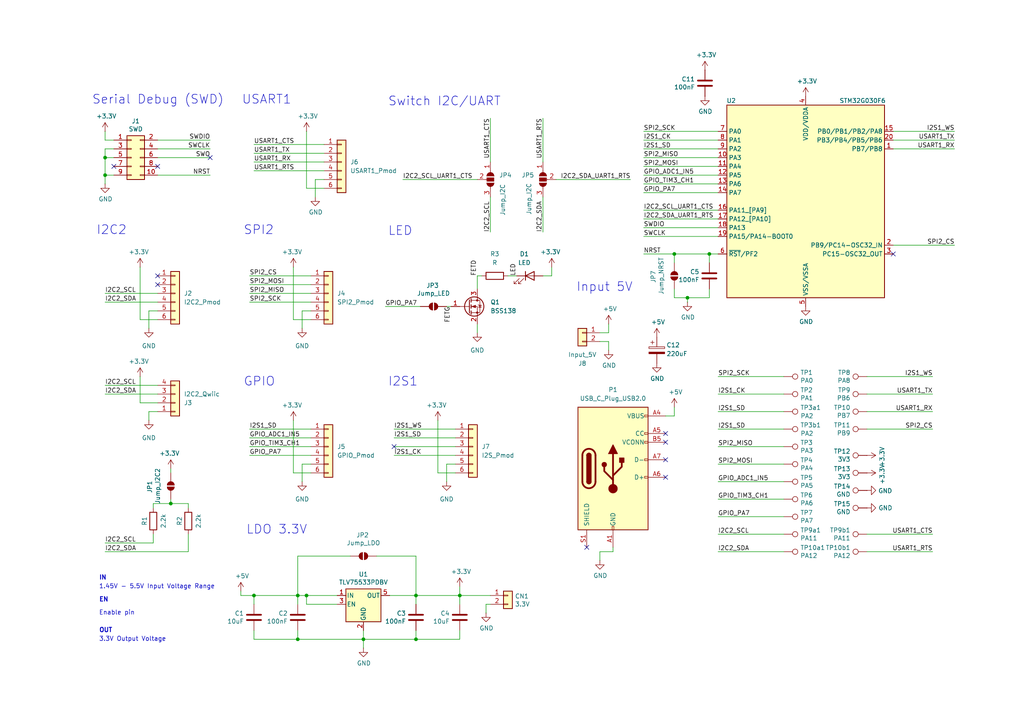
<source format=kicad_sch>
(kicad_sch (version 20250114) (generator "eeschema") (generator_version "9.0")
  (paper "A4")
  (lib_symbols
    (symbol "Connector:TestPoint" (pin_numbers (hide yes)) (pin_names (offset 0.762) (hide yes))
      (property "Reference" "TP" (at 0 6.858 0))
      (property "Value" "TestPoint" (at 0 5.08 0))
      (symbol "TestPoint_1_1"
        (pin passive line (at 0 0 90) (length 2.54) (name "1") (number "1"))
      )
    )
    (symbol "Connector:USB_C_Plug_USB2.0" (pin_names (offset 1.016))
      (property "Reference" "P" (at -10.16 19.05 0))
      (property "Value" "USB_C_Plug_USB2.0" (at 12.7 19.05 0))
      (symbol "USB_C_Plug_USB2.0_1_1"
        (pin passive line (at -7.62 -22.86 90) (length 5.08) (name "SHIELD") (number "S1"))
        (pin passive line (at 0 -22.86 90) (length 5.08) (name "GND") (number "A1"))
        (pin passive line (at 0 -22.86 90) (length 5.08) (hide yes) (name "GND") (number "A12"))
        (pin passive line (at 0 -22.86 90) (length 5.08) (hide yes) (name "GND") (number "B1"))
        (pin passive line (at 0 -22.86 90) (length 5.08) (hide yes) (name "GND") (number "B12"))
        (pin passive line (at 15.24 15.24 180) (length 5.08) (name "VBUS") (number "A4"))
        (pin passive line (at 15.24 15.24 180) (length 5.08) (hide yes) (name "VBUS") (number "A9"))
        (pin passive line (at 15.24 15.24 180) (length 5.08) (hide yes) (name "VBUS") (number "B4"))
        (pin passive line (at 15.24 15.24 180) (length 5.08) (hide yes) (name "VBUS") (number "B9"))
        (pin bidirectional line (at 15.24 10.16 180) (length 5.08) (name "CC") (number "A5"))
        (pin bidirectional line (at 15.24 7.62 180) (length 5.08) (name "VCONN") (number "B5"))
        (pin bidirectional line (at 15.24 2.54 180) (length 5.08) (name "D-") (number "A7"))
        (pin bidirectional line (at 15.24 -2.54 180) (length 5.08) (name "D+") (number "A6"))
      )
    )
    (symbol "Connector_Generic:Conn_01x02" (pin_names (offset 1.016) (hide yes))
      (property "Reference" "J" (at 0 2.54 0))
      (property "Value" "Conn_01x02" (at 0 -5.08 0))
      (symbol "Conn_01x02_1_1"
        (pin passive line (at -5.08 0 0) (length 3.81) (name "Pin_1") (number "1"))
        (pin passive line (at -5.08 -2.54 0) (length 3.81) (name "Pin_2") (number "2"))
      )
    )
    (symbol "Connector_Generic:Conn_01x04" (pin_names (offset 1.016) (hide yes))
      (property "Reference" "J" (at 0 5.08 0))
      (property "Value" "Conn_01x04" (at 0 -7.62 0))
      (symbol "Conn_01x04_1_1"
        (pin passive line (at -5.08 2.54 0) (length 3.81) (name "Pin_1") (number "1"))
        (pin passive line (at -5.08 0 0) (length 3.81) (name "Pin_2") (number "2"))
        (pin passive line (at -5.08 -2.54 0) (length 3.81) (name "Pin_3") (number "3"))
        (pin passive line (at -5.08 -5.08 0) (length 3.81) (name "Pin_4") (number "4"))
      )
    )
    (symbol "Connector_Generic:Conn_01x06" (pin_names (offset 1.016) (hide yes))
      (property "Reference" "J" (at 0 7.62 0))
      (property "Value" "Conn_01x06" (at 0 -10.16 0))
      (symbol "Conn_01x06_1_1"
        (pin passive line (at -5.08 5.08 0) (length 3.81) (name "Pin_1") (number "1"))
        (pin passive line (at -5.08 2.54 0) (length 3.81) (name "Pin_2") (number "2"))
        (pin passive line (at -5.08 0 0) (length 3.81) (name "Pin_3") (number "3"))
        (pin passive line (at -5.08 -2.54 0) (length 3.81) (name "Pin_4") (number "4"))
        (pin passive line (at -5.08 -5.08 0) (length 3.81) (name "Pin_5") (number "5"))
        (pin passive line (at -5.08 -7.62 0) (length 3.81) (name "Pin_6") (number "6"))
      )
    )
    (symbol "Connector_Generic:Conn_02x05_Odd_Even" (pin_names (offset 1.016) (hide yes))
      (property "Reference" "J" (at 1.27 7.62 0))
      (property "Value" "Conn_02x05_Odd_Even" (at 1.27 -7.62 0))
      (symbol "Conn_02x05_Odd_Even_1_1"
        (pin passive line (at -5.08 5.08 0) (length 3.81) (name "Pin_1") (number "1"))
        (pin passive line (at -5.08 2.54 0) (length 3.81) (name "Pin_3") (number "3"))
        (pin passive line (at -5.08 0 0) (length 3.81) (name "Pin_5") (number "5"))
        (pin passive line (at -5.08 -2.54 0) (length 3.81) (name "Pin_7") (number "7"))
        (pin passive line (at -5.08 -5.08 0) (length 3.81) (name "Pin_9") (number "9"))
        (pin passive line (at 7.62 5.08 180) (length 3.81) (name "Pin_2") (number "2"))
        (pin passive line (at 7.62 2.54 180) (length 3.81) (name "Pin_4") (number "4"))
        (pin passive line (at 7.62 0 180) (length 3.81) (name "Pin_6") (number "6"))
        (pin passive line (at 7.62 -2.54 180) (length 3.81) (name "Pin_8") (number "8"))
        (pin passive line (at 7.62 -5.08 180) (length 3.81) (name "Pin_10") (number "10"))
      )
    )
    (symbol "Device:C" (pin_numbers (hide yes)) (pin_names (offset 0.254))
      (property "Reference" "C" (at 0.635 2.54 0))
      (property "Value" "C" (at 0.635 -2.54 0))
      (symbol "C_1_1"
        (pin passive line (at 0 3.81 270) (length 2.794) (name "~") (number "1"))
        (pin passive line (at 0 -3.81 90) (length 2.794) (name "~") (number "2"))
      )
    )
    (symbol "Device:C_Polarized" (pin_numbers (hide yes)) (pin_names (offset 0.254))
      (property "Reference" "C" (at 0.635 2.54 0))
      (property "Value" "C_Polarized" (at 0.635 -2.54 0))
      (symbol "C_Polarized_1_1"
        (pin passive line (at 0 3.81 270) (length 2.794) (name "~") (number "1"))
        (pin passive line (at 0 -3.81 90) (length 2.794) (name "~") (number "2"))
      )
    )
    (symbol "Device:LED" (pin_numbers (hide yes)) (pin_names (offset 1.016) (hide yes))
      (property "Reference" "D" (at 0 2.54 0))
      (property "Value" "LED" (at 0 -2.54 0))
      (symbol "LED_1_1"
        (pin passive line (at -3.81 0 0) (length 2.54) (name "K") (number "1"))
        (pin passive line (at 3.81 0 180) (length 2.54) (name "A") (number "2"))
      )
    )
    (symbol "Device:R" (pin_numbers (hide yes)) (pin_names (offset 0))
      (property "Reference" "R" (at 2.032 0 90))
      (property "Value" "R" (at 0 0 90))
      (symbol "R_1_1"
        (pin passive line (at 0 3.81 270) (length 1.27) (name "~") (number "1"))
        (pin passive line (at 0 -3.81 90) (length 1.27) (name "~") (number "2"))
      )
    )
    (symbol "Jumper:SolderJumper_2_Open" (pin_numbers (hide yes)) (pin_names (offset 0) (hide yes)) (in_bom no)
      (property "Reference" "JP" (at 0 2.032 0))
      (property "Value" "SolderJumper_2_Open" (at 0 -2.54 0))
      (symbol "SolderJumper_2_Open_1_1"
        (pin passive line (at -3.81 0 0) (length 2.54) (name "A") (number "1"))
        (pin passive line (at 3.81 0 180) (length 2.54) (name "B") (number "2"))
      )
    )
    (symbol "Jumper:SolderJumper_3_Open" (pin_names (offset 0) (hide yes)) (in_bom no)
      (property "Reference" "JP" (at -2.54 -2.54 0))
      (property "Value" "SolderJumper_3_Open" (at 0 2.794 0))
      (symbol "SolderJumper_3_Open_1_1"
        (pin passive line (at -5.08 0 0) (length 2.54) (name "A") (number "1"))
        (pin passive line (at 0 -3.81 90) (length 2.54) (name "C") (number "2"))
        (pin passive line (at 5.08 0 180) (length 2.54) (name "B") (number "3"))
      )
    )
    (symbol "Regulator_Linear:TLV75533PDBV" (pin_names (offset 0.254))
      (property "Reference" "U" (at -3.81 5.715 0))
      (property "Value" "TLV75533PDBV" (at 0 5.715 0))
      (symbol "TLV75533PDBV_1_1"
        (pin power_in line (at -7.62 2.54 0) (length 2.54) (name "IN") (number "1"))
        (pin input line (at -7.62 0 0) (length 2.54) (name "EN") (number "3"))
        (pin power_in line (at 0 -7.62 90) (length 2.54) (name "GND") (number "2"))
        (pin no_connect line (at 5.08 0 180) (length 2.54) (hide yes) (name "NC") (number "4"))
        (pin power_out line (at 7.62 2.54 180) (length 2.54) (name "OUT") (number "5"))
      )
    )
    (symbol "Transistor_FET:BSS138" (pin_names (hide yes))
      (property "Reference" "Q" (at 5.08 1.905 0))
      (property "Value" "BSS138" (at 5.08 0 0))
      (symbol "BSS138_1_1"
        (pin input line (at -5.08 0 0) (length 2.54) (name "G") (number "1"))
        (pin passive line (at 2.54 5.08 270) (length 2.54) (name "D") (number "3"))
        (pin passive line (at 2.54 -5.08 90) (length 2.54) (name "S") (number "2"))
      )
    )
    (symbol "power:+3.3V" (power) (pin_numbers (hide yes)) (pin_names (offset 0) (hide yes))
      (property "Value" "+3.3V" (at 0 3.556 0))
      (symbol "+3.3V_1_1"
        (pin power_in line (at 0 0 90) (length 0) (name "~") (number "1"))
      )
    )
    (symbol "power:+5V" (power) (pin_numbers (hide yes)) (pin_names (offset 0) (hide yes))
      (property "Value" "+5V" (at 0 3.556 0))
      (symbol "+5V_1_1"
        (pin power_in line (at 0 0 90) (length 0) (name "~") (number "1"))
      )
    )
    (symbol "power:GND" (power) (pin_numbers (hide yes)) (pin_names (offset 0) (hide yes))
      (property "Value" "GND" (at 0 -3.81 0))
      (symbol "GND_1_1"
        (pin power_in line (at 0 0 270) (length 0) (name "~") (number "1"))
      )
    )
    (symbol "zhaw:STM32G030F6"
      (property "Reference" "U" (at -22.86 29.21 0))
      (property "Value" "STM32G030F6" (at 8.89 29.21 0))
      (symbol "STM32G030F6_1_1"
        (pin bidirectional line (at -25.4 20.32 0) (length 2.54) (name "PA0") (number "7"))
        (pin bidirectional line (at -25.4 17.78 0) (length 2.54) (name "PA1") (number "8"))
        (pin bidirectional line (at -25.4 15.24 0) (length 2.54) (name "PA2") (number "9"))
        (pin bidirectional line (at -25.4 12.7 0) (length 2.54) (name "PA3") (number "10"))
        (pin bidirectional line (at -25.4 10.16 0) (length 2.54) (name "PA4") (number "11"))
        (pin bidirectional line (at -25.4 7.62 0) (length 2.54) (name "PA5") (number "12"))
        (pin bidirectional line (at -25.4 5.08 0) (length 2.54) (name "PA6") (number "13"))
        (pin bidirectional line (at -25.4 2.54 0) (length 2.54) (name "PA7") (number "14"))
        (pin bidirectional line (at -25.4 -2.54 0) (length 2.54) (name "PA11_[PA9]") (number "16"))
        (pin bidirectional line (at -25.4 -5.08 0) (length 2.54) (name "PA12_[PA10]") (number "17"))
        (pin bidirectional line (at -25.4 -7.62 0) (length 2.54) (name "PA13") (number "18"))
        (pin bidirectional line (at -25.4 -10.16 0) (length 2.54) (name "PA15/PA14-BOOT0") (number "19"))
        (pin bidirectional line (at -25.4 -15.24 0) (length 2.54) (name "~{RST}/PF2") (number "6"))
        (pin power_in line (at 0 30.48 270) (length 2.54) (name "VDD/VDDA") (number "4"))
        (pin power_in line (at 0 -30.48 90) (length 2.54) (name "VSS/VSSA") (number "5"))
        (pin bidirectional line (at 25.4 20.32 180) (length 2.54) (name "PB0/PB1/PB2/PA8") (number "15"))
        (pin bidirectional line (at 25.4 17.78 180) (length 2.54) (name "PB3/PB4/PB5/PB6") (number "20"))
        (pin bidirectional line (at 25.4 15.24 180) (length 2.54) (name "PB7/PB8") (number "1"))
        (pin bidirectional line (at 25.4 -12.7 180) (length 2.54) (name "PB9/PC14-OSC32_IN") (number "2"))
        (pin bidirectional line (at 25.4 -15.24 180) (length 2.54) (name "PC15-OSC32_OUT") (number "3"))
      )
    )
  )
  (text "Serial Debug (SWD)" (at 26.67 30.48 0) (effects (font (size 2.5654 2.5654)) (justify left bottom)))
  (text "Switch I2C/UART" (at 112.522 30.988 0) (effects (font (size 2.5654 2.5654)) (justify left bottom)))
  (text "IN" (at 28.702 168.402 0) (effects (font (size 1.27 1.27) (thickness 0.254) (bold yes)) (justify left bottom)))
  (text "Input 5V" (at 167.132 84.836 0) (effects (font (size 2.5654 2.5654)) (justify left bottom)))
  (text "SPI2" (at 70.612 68.326 0) (effects (font (size 2.5654 2.5654)) (justify left bottom)))
  (text "3.3V Output Voltage" (at 28.702 186.182 0) (effects (font (size 1.27 1.27)) (justify left bottom)))
  (text "USART1" (at 70.104 30.48 0) (effects (font (size 2.5654 2.5654)) (justify left bottom)))
  (text "OUT" (at 28.702 183.642 0) (effects (font (size 1.27 1.27) (thickness 0.254) (bold yes)) (justify left bottom)))
  (text "I2C2" (at 27.94 68.326 0) (effects (font (size 2.5654 2.5654)) (justify left bottom)))
  (text "EN" (at 28.702 174.752 0) (effects (font (size 1.27 1.27) (thickness 0.254) (bold yes)) (justify left bottom)))
  (text "LDO 3.3V" (at 71.374 155.194 0) (effects (font (size 2.5654 2.5654)) (justify left bottom)))
  (text "1.45V - 5.5V Input Voltage Range" (at 28.702 170.942 0) (effects (font (size 1.27 1.27)) (justify left bottom)))
  (text "GPIO" (at 70.612 112.268 0) (effects (font (size 2.5654 2.5654)) (justify left bottom)))
  (text "Enable pin" (at 28.702 178.562 0) (effects (font (size 1.27 1.27)) (justify left bottom)))
  (text "I2S1" (at 112.522 112.268 0) (effects (font (size 2.5654 2.5654)) (justify left bottom)))
  (text "LED" (at 112.522 68.58 0) (effects (font (size 2.5654 2.5654)) (justify left bottom)))
  (junction (at 88.9 172.72))
  (junction (at 199.39 86.36))
  (junction (at 105.41 185.42))
  (junction (at 205.74 73.66))
  (junction (at 195.58 73.66))
  (junction (at 133.35 172.72))
  (junction (at 120.65 172.72))
  (junction (at 73.66 172.72))
  (junction (at 120.65 185.42))
  (junction (at 30.48 50.8))
  (junction (at 30.48 45.72))
  (junction (at 86.36 185.42))
  (junction (at 86.36 172.72))
  (junction (at 49.53 146.05))
  (no_connect (at 193.04 125.73))
  (no_connect (at 114.3 129.54))
  (no_connect (at 170.18 158.75))
  (no_connect (at 45.72 48.26))
  (no_connect (at 193.04 133.35))
  (no_connect (at 193.04 128.27))
  (no_connect (at 60.96 45.72))
  (no_connect (at 45.72 80.01))
  (no_connect (at 193.04 138.43))
  (no_connect (at 259.08 73.66))
  (no_connect (at 33.02 48.26))
  (no_connect (at 45.72 82.55))
  (wire (pts (xy 186.69 45.72) (xy 208.28 45.72)))
  (wire (pts (xy 69.85 172.72) (xy 73.66 172.72)))
  (wire (pts (xy 105.41 187.96) (xy 105.41 185.42)))
  (wire (pts (xy 88.9 38.1) (xy 88.9 54.61)))
  (wire (pts (xy 54.61 160.02) (xy 54.61 154.94)))
  (wire (pts (xy 114.3 127) (xy 132.08 127)))
  (wire (pts (xy 138.43 93.98) (xy 138.43 96.52)))
  (wire (pts (xy 193.04 120.65) (xy 195.58 120.65)))
  (wire (pts (xy 86.36 185.42) (xy 86.36 182.88)))
  (wire (pts (xy 73.66 172.72) (xy 86.36 172.72)))
  (wire (pts (xy 30.48 50.8) (xy 30.48 53.34)))
  (wire (pts (xy 186.69 53.34) (xy 208.28 53.34)))
  (wire (pts (xy 120.65 185.42) (xy 133.35 185.42)))
  (wire (pts (xy 30.48 45.72) (xy 30.48 43.18)))
  (wire (pts (xy 195.58 73.66) (xy 205.74 73.66)))
  (wire (pts (xy 259.08 40.64) (xy 276.86 40.64)))
  (wire (pts (xy 30.48 45.72) (xy 30.48 50.8)))
  (wire (pts (xy 114.3 132.08) (xy 132.08 132.08)))
  (wire (pts (xy 120.65 185.42) (xy 120.65 182.88)))
  (wire (pts (xy 138.43 80.01) (xy 139.7 80.01)))
  (wire (pts (xy 208.28 139.7) (xy 227.33 139.7)))
  (wire (pts (xy 49.53 144.78) (xy 49.53 146.05)))
  (wire (pts (xy 208.28 63.5) (xy 186.69 63.5)))
  (wire (pts (xy 43.18 95.25) (xy 43.18 90.17)))
  (wire (pts (xy 72.39 132.08) (xy 90.17 132.08)))
  (wire (pts (xy 72.39 87.63) (xy 90.17 87.63)))
  (wire (pts (xy 88.9 175.26) (xy 97.79 175.26)))
  (wire (pts (xy 111.76 88.9) (xy 121.92 88.9)))
  (wire (pts (xy 120.65 172.72) (xy 120.65 175.26)))
  (wire (pts (xy 85.09 92.71) (xy 90.17 92.71)))
  (wire (pts (xy 208.28 109.22) (xy 227.33 109.22)))
  (wire (pts (xy 72.39 82.55) (xy 90.17 82.55)))
  (wire (pts (xy 227.33 134.62) (xy 208.28 134.62)))
  (wire (pts (xy 259.08 43.18) (xy 276.86 43.18)))
  (wire (pts (xy 227.33 144.78) (xy 208.28 144.78)))
  (wire (pts (xy 44.45 157.48) (xy 44.45 154.94)))
  (wire (pts (xy 208.28 129.54) (xy 227.33 129.54)))
  (wire (pts (xy 208.28 60.96) (xy 186.69 60.96)))
  (wire (pts (xy 186.69 73.66) (xy 195.58 73.66)))
  (wire (pts (xy 91.44 57.15) (xy 91.44 52.07)))
  (wire (pts (xy 208.28 48.26) (xy 186.69 48.26)))
  (wire (pts (xy 147.32 80.01) (xy 149.86 80.01)))
  (wire (pts (xy 227.33 149.86) (xy 208.28 149.86)))
  (wire (pts (xy 60.96 50.8) (xy 45.72 50.8)))
  (wire (pts (xy 270.51 109.22) (xy 251.46 109.22)))
  (wire (pts (xy 33.02 50.8) (xy 30.48 50.8)))
  (wire (pts (xy 142.24 34.29) (xy 142.24 46.99)))
  (wire (pts (xy 157.48 57.15) (xy 157.48 67.31)))
  (wire (pts (xy 186.69 43.18) (xy 208.28 43.18)))
  (wire (pts (xy 105.41 185.42) (xy 120.65 185.42)))
  (wire (pts (xy 157.48 46.99) (xy 157.48 34.29)))
  (wire (pts (xy 173.99 160.02) (xy 177.8 160.02)))
  (wire (pts (xy 120.65 172.72) (xy 133.35 172.72)))
  (wire (pts (xy 133.35 172.72) (xy 133.35 170.18)))
  (wire (pts (xy 30.48 40.64) (xy 30.48 38.1)))
  (wire (pts (xy 176.53 99.06) (xy 176.53 101.6)))
  (wire (pts (xy 72.39 85.09) (xy 90.17 85.09)))
  (wire (pts (xy 205.74 86.36) (xy 205.74 83.82)))
  (wire (pts (xy 86.36 185.42) (xy 105.41 185.42)))
  (wire (pts (xy 195.58 83.82) (xy 195.58 86.36)))
  (wire (pts (xy 86.36 175.26) (xy 86.36 172.72)))
  (wire (pts (xy 73.66 185.42) (xy 86.36 185.42)))
  (wire (pts (xy 195.58 86.36) (xy 199.39 86.36)))
  (wire (pts (xy 251.46 114.3) (xy 270.51 114.3)))
  (wire (pts (xy 251.46 160.02) (xy 270.51 160.02)))
  (wire (pts (xy 105.41 185.42) (xy 105.41 182.88)))
  (wire (pts (xy 87.63 90.17) (xy 87.63 95.25)))
  (wire (pts (xy 30.48 87.63) (xy 45.72 87.63)))
  (wire (pts (xy 157.48 80.01) (xy 160.02 80.01)))
  (wire (pts (xy 73.66 182.88) (xy 73.66 185.42)))
  (wire (pts (xy 33.02 40.64) (xy 30.48 40.64)))
  (wire (pts (xy 72.39 129.54) (xy 90.17 129.54)))
  (wire (pts (xy 173.99 96.52) (xy 176.53 96.52)))
  (wire (pts (xy 259.08 38.1) (xy 276.86 38.1)))
  (wire (pts (xy 195.58 120.65) (xy 195.58 118.11)))
  (wire (pts (xy 176.53 93.98) (xy 176.53 96.52)))
  (wire (pts (xy 73.66 41.91) (xy 93.98 41.91)))
  (wire (pts (xy 160.02 80.01) (xy 160.02 77.47)))
  (wire (pts (xy 86.36 172.72) (xy 86.36 161.29)))
  (wire (pts (xy 30.48 114.3) (xy 45.72 114.3)))
  (wire (pts (xy 208.28 68.58) (xy 186.69 68.58)))
  (wire (pts (xy 87.63 134.62) (xy 87.63 139.7)))
  (wire (pts (xy 40.64 92.71) (xy 45.72 92.71)))
  (wire (pts (xy 127 137.16) (xy 132.08 137.16)))
  (wire (pts (xy 173.99 160.02) (xy 173.99 162.56)))
  (wire (pts (xy 40.64 109.22) (xy 40.64 116.84)))
  (wire (pts (xy 129.54 134.62) (xy 129.54 139.7)))
  (wire (pts (xy 40.64 116.84) (xy 45.72 116.84)))
  (wire (pts (xy 208.28 50.8) (xy 186.69 50.8)))
  (wire (pts (xy 86.36 172.72) (xy 88.9 172.72)))
  (wire (pts (xy 85.09 121.92) (xy 85.09 137.16)))
  (wire (pts (xy 140.97 175.26) (xy 140.97 177.8)))
  (wire (pts (xy 49.53 146.05) (xy 54.61 146.05)))
  (wire (pts (xy 85.09 137.16) (xy 90.17 137.16)))
  (wire (pts (xy 142.24 57.15) (xy 142.24 67.31)))
  (wire (pts (xy 227.33 160.02) (xy 208.28 160.02)))
  (wire (pts (xy 43.18 90.17) (xy 45.72 90.17)))
  (wire (pts (xy 199.39 86.36) (xy 205.74 86.36)))
  (wire (pts (xy 208.28 73.66) (xy 205.74 73.66)))
  (wire (pts (xy 251.46 119.38) (xy 270.51 119.38)))
  (wire (pts (xy 199.39 86.36) (xy 199.39 87.63)))
  (wire (pts (xy 109.22 161.29) (xy 120.65 161.29)))
  (wire (pts (xy 270.51 124.46) (xy 251.46 124.46)))
  (wire (pts (xy 43.18 121.92) (xy 43.18 119.38)))
  (wire (pts (xy 186.69 40.64) (xy 208.28 40.64)))
  (wire (pts (xy 72.39 124.46) (xy 90.17 124.46)))
  (wire (pts (xy 90.17 90.17) (xy 87.63 90.17)))
  (wire (pts (xy 73.66 175.26) (xy 73.66 172.72)))
  (wire (pts (xy 85.09 77.47) (xy 85.09 92.71)))
  (wire (pts (xy 227.33 119.38) (xy 208.28 119.38)))
  (wire (pts (xy 88.9 54.61) (xy 93.98 54.61)))
  (wire (pts (xy 114.3 129.54) (xy 132.08 129.54)))
  (wire (pts (xy 72.39 80.01) (xy 90.17 80.01)))
  (wire (pts (xy 132.08 134.62) (xy 129.54 134.62)))
  (wire (pts (xy 97.79 172.72) (xy 88.9 172.72)))
  (wire (pts (xy 259.08 71.12) (xy 276.86 71.12)))
  (wire (pts (xy 88.9 175.26) (xy 88.9 172.72)))
  (wire (pts (xy 208.28 55.88) (xy 186.69 55.88)))
  (wire (pts (xy 72.39 127) (xy 90.17 127)))
  (wire (pts (xy 60.96 45.72) (xy 45.72 45.72)))
  (wire (pts (xy 177.8 158.75) (xy 177.8 160.02)))
  (wire (pts (xy 40.64 77.47) (xy 40.64 92.71)))
  (wire (pts (xy 205.74 76.2) (xy 205.74 73.66)))
  (wire (pts (xy 30.48 85.09) (xy 45.72 85.09)))
  (wire (pts (xy 30.48 157.48) (xy 44.45 157.48)))
  (wire (pts (xy 69.85 172.72) (xy 69.85 171.45)))
  (wire (pts (xy 49.53 146.05) (xy 44.45 146.05)))
  (wire (pts (xy 227.33 114.3) (xy 208.28 114.3)))
  (wire (pts (xy 120.65 161.29) (xy 120.65 172.72)))
  (wire (pts (xy 227.33 124.46) (xy 208.28 124.46)))
  (wire (pts (xy 49.53 135.89) (xy 49.53 137.16)))
  (wire (pts (xy 33.02 45.72) (xy 30.48 45.72)))
  (wire (pts (xy 73.66 44.45) (xy 93.98 44.45)))
  (wire (pts (xy 60.96 43.18) (xy 45.72 43.18)))
  (wire (pts (xy 208.28 154.94) (xy 227.33 154.94)))
  (wire (pts (xy 173.99 99.06) (xy 176.53 99.06)))
  (wire (pts (xy 138.43 83.82) (xy 138.43 80.01)))
  (wire (pts (xy 114.3 124.46) (xy 132.08 124.46)))
  (wire (pts (xy 44.45 146.05) (xy 44.45 147.32)))
  (wire (pts (xy 195.58 73.66) (xy 195.58 76.2)))
  (wire (pts (xy 182.88 52.07) (xy 161.29 52.07)))
  (wire (pts (xy 142.24 175.26) (xy 140.97 175.26)))
  (wire (pts (xy 91.44 52.07) (xy 93.98 52.07)))
  (wire (pts (xy 133.35 172.72) (xy 133.35 175.26)))
  (wire (pts (xy 30.48 111.76) (xy 45.72 111.76)))
  (wire (pts (xy 113.03 172.72) (xy 120.65 172.72)))
  (wire (pts (xy 133.35 185.42) (xy 133.35 182.88)))
  (wire (pts (xy 186.69 38.1) (xy 208.28 38.1)))
  (wire (pts (xy 54.61 146.05) (xy 54.61 147.32)))
  (wire (pts (xy 30.48 160.02) (xy 54.61 160.02)))
  (wire (pts (xy 116.84 52.07) (xy 138.43 52.07)))
  (wire (pts (xy 43.18 119.38) (xy 45.72 119.38)))
  (wire (pts (xy 270.51 154.94) (xy 251.46 154.94)))
  (wire (pts (xy 129.54 88.9) (xy 130.81 88.9)))
  (wire (pts (xy 73.66 46.99) (xy 93.98 46.99)))
  (wire (pts (xy 73.66 49.53) (xy 93.98 49.53)))
  (wire (pts (xy 133.35 172.72) (xy 142.24 172.72)))
  (wire (pts (xy 86.36 161.29) (xy 101.6 161.29)))
  (wire (pts (xy 90.17 134.62) (xy 87.63 134.62)))
  (wire (pts (xy 30.48 43.18) (xy 33.02 43.18)))
  (wire (pts (xy 208.28 66.04) (xy 186.69 66.04)))
  (wire (pts (xy 60.96 40.64) (xy 45.72 40.64)))
  (wire (pts (xy 127 121.92) (xy 127 137.16)))
  (label "USART1_RTS" (at 157.48 34.29 270))
  (label "I2S1_WS" (at 114.3 124.46 0))
  (label "SPI2_SCK" (at 208.28 109.22 0))
  (label "GPIO_ADC1_IN5" (at 72.39 127 0))
  (label "GPIO_TIM3_CH1" (at 72.39 129.54 0))
  (label "I2S1_WS" (at 270.51 109.22 180))
  (label "I2C2_SDA" (at 208.28 160.02 0))
  (label "USART1_TX" (at 276.86 40.64 180))
  (label "USART1_CTS" (at 142.24 34.29 270))
  (label "SWDIO" (at 60.96 40.64 180))
  (label "FETD" (at 138.43 80.01 90))
  (label "FETG" (at 130.81 88.9 270))
  (label "GPIO_PA7" (at 186.69 55.88 0))
  (label "SPI2_CS" (at 276.86 71.12 180))
  (label "SPI2_MISO" (at 186.69 45.72 0))
  (label "GPIO_ADC1_IN5" (at 186.69 50.8 0))
  (label "SWO" (at 60.96 45.72 180))
  (label "USART1_RX" (at 270.51 119.38 180))
  (label "SWCLK" (at 186.69 68.58 0))
  (label "SPI2_MOSI" (at 72.39 82.55 0))
  (label "NRST" (at 60.96 50.8 180))
  (label "USART1_RTS" (at 270.51 160.02 180))
  (label "I2C2_SCL" (at 30.48 85.09 0))
  (label "I2C2_SDA" (at 30.48 160.02 0))
  (label "USART1_TX" (at 73.66 44.45 0))
  (label "I2S1_SD" (at 186.69 43.18 0))
  (label "SPI2_CS" (at 72.39 80.01 0))
  (label "I2S1_SD" (at 72.39 124.46 0))
  (label "I2C2_SDA_UART1_RTS" (at 186.69 63.5 0))
  (label "SWDIO" (at 186.69 66.04 0))
  (label "USART1_CTS" (at 270.51 154.94 180))
  (label "SWCLK" (at 60.96 43.18 180))
  (label "I2C2_SCL" (at 30.48 157.48 0))
  (label "I2S1_CK" (at 186.69 40.64 0))
  (label "USART1_RX" (at 73.66 46.99 0))
  (label "I2C2_SCL" (at 208.28 154.94 0))
  (label "SPI2_MOSI" (at 208.28 134.62 0))
  (label "I2S1_WS" (at 276.86 38.1 180))
  (label "GPIO_TIM3_CH1" (at 186.69 53.34 0))
  (label "USART1_RTS" (at 73.66 49.53 0))
  (label "I2C2_SDA_UART1_RTS" (at 182.88 52.07 180))
  (label "I2C2_SCL" (at 30.48 111.76 0))
  (label "GPIO_PA7" (at 111.76 88.9 0))
  (label "NRST" (at 186.69 73.66 0))
  (label "GPIO_PA7" (at 208.28 149.86 0))
  (label "LED" (at 149.86 80.01 90))
  (label "SPI2_MOSI" (at 186.69 48.26 0))
  (label "USART1_CTS" (at 73.66 41.91 0))
  (label "I2S1_CK" (at 208.28 114.3 0))
  (label "I2C2_SDA" (at 30.48 87.63 0))
  (label "GPIO_ADC1_IN5" (at 208.28 139.7 0))
  (label "USART1_RX" (at 276.86 43.18 180))
  (label "I2C2_SDA" (at 157.48 67.31 90))
  (label "SPI2_SCK" (at 186.69 38.1 0))
  (label "SPI2_SCK" (at 72.39 87.63 0))
  (label "I2C2_SDA" (at 30.48 114.3 0))
  (label "SPI2_CS" (at 270.51 124.46 180))
  (label "SPI2_MISO" (at 208.28 129.54 0))
  (label "I2C2_SCL_UART1_CTS" (at 186.69 60.96 0))
  (label "I2S1_SD" (at 208.28 124.46 0))
  (label "GPIO_PA7" (at 72.39 132.08 0))
  (label "SPI2_MISO" (at 72.39 85.09 0))
  (label "I2S1_CK" (at 114.3 132.08 0))
  (label "USART1_TX" (at 270.51 114.3 180))
  (label "I2C2_SCL_UART1_CTS" (at 116.84 52.07 0))
  (label "GPIO_TIM3_CH1" (at 208.28 144.78 0))
  (label "I2S1_SD" (at 208.28 119.38 0))
  (label "I2C2_SCL" (at 142.24 67.31 90))
  (label "I2S1_SD" (at 114.3 127 0))
  (symbol (lib_id "zhaw:STM32G030F6") (at 233.68 58.42 0) (unit 1)
    (property "Reference" "U2" (at 212.09 29.21 0))
    (property "Value" "STM32G030F6" (at 250.19 29.21 0))
    (property "Footprint" "Package_SO:TSSOP-20_4.4x6.5mm_P0.65mm" (effects (hide yes)))
    (property "Datasheet" "https://www.st.com/resource/en/datasheet/stm32g071kb.pdf" (effects (hide yes)))
  )
  (symbol (lib_id "Connector_Generic:Conn_01x02") (at 147.32 172.72 0) (unit 1)
    (property "Reference" "CN1" (at 149.352 172.9232 0) (effects (justify left)))
    (property "Value" "3.3V" (at 149.352 175.2346 0) (effects (justify left)))
    (property "Footprint" "Connector_PinHeader_2.54mm:PinHeader_1x02_P2.54mm_Vertical" (effects (hide yes)))
  )
  (symbol (lib_id "power:GND") (at 140.97 177.8 0) (unit 1)
    (property "Reference" "#PWR020" (effects (hide yes)))
    (property "Value" "GND" (at 141.097 182.1942 0))
  )
  (symbol (lib_id "Connector:TestPoint") (at 227.33 149.86 270) (unit 1)
    (property "Reference" "TP7" (at 232.1052 148.6916 90) (effects (justify left)))
    (property "Value" "PA7" (at 232.1052 151.003 90) (effects (justify left)))
    (property "Footprint" "zhaw:TestPoint_THTPad_D1.0mm_Drill0.5mm_narrow" (effects (hide yes)))
  )
  (symbol (lib_id "Connector_Generic:Conn_02x05_Odd_Even") (at 38.1 45.72 0) (unit 1)
    (property "Reference" "J1" (at 39.37 35.1282 0))
    (property "Value" "SWD" (at 39.37 37.4396 0))
    (property "Footprint" "zhaw:SWD_2x05_P1.27mm" (effects (hide yes)))
  )
  (symbol (lib_id "power:GND") (at 30.48 53.34 0) (unit 1)
    (property "Reference" "#PWR02" (effects (hide yes)))
    (property "Value" "GND" (at 30.607 57.7342 0))
  )
  (symbol (lib_id "power:GND") (at 91.44 57.15 0) (unit 1)
    (property "Reference" "#PWR014" (effects (hide yes)))
    (property "Value" "GND" (at 91.567 61.5442 0))
  )
  (symbol (lib_id "power:GND") (at 233.68 88.9 0) (unit 1)
    (property "Reference" "#PWR028" (effects (hide yes)))
    (property "Value" "GND" (at 233.807 93.2942 0))
  )
  (symbol (lib_id "Connector:TestPoint") (at 227.33 139.7 270) (unit 1)
    (property "Reference" "TP5" (at 232.1052 138.5316 90) (effects (justify left)))
    (property "Value" "PA5" (at 232.1052 140.843 90) (effects (justify left)))
    (property "Footprint" "zhaw:TestPoint_THTPad_D1.0mm_Drill0.5mm_narrow" (effects (hide yes)))
  )
  (symbol (lib_id "Connector:TestPoint") (at 227.33 144.78 270) (unit 1)
    (property "Reference" "TP6" (at 232.1052 143.6116 90) (effects (justify left)))
    (property "Value" "PA6" (at 232.1052 145.923 90) (effects (justify left)))
    (property "Footprint" "zhaw:TestPoint_THTPad_D1.0mm_Drill0.5mm_narrow" (effects (hide yes)))
  )
  (symbol (lib_id "Connector:TestPoint") (at 227.33 154.94 270) (unit 1)
    (property "Reference" "TP9a1" (at 232.1052 153.7716 90) (effects (justify left)))
    (property "Value" "PA11" (at 232.1052 156.083 90) (effects (justify left)))
    (property "Footprint" "zhaw:TestPoint_THTPad_D1.0mm_Drill0.5mm_narrow" (effects (hide yes)))
  )
  (symbol (lib_id "Connector:TestPoint") (at 227.33 160.02 270) (unit 1)
    (property "Reference" "TP10a1" (at 232.1052 158.8516 90) (effects (justify left)))
    (property "Value" "PA12" (at 232.1052 161.163 90) (effects (justify left)))
    (property "Footprint" "zhaw:TestPoint_THTPad_D1.0mm_Drill0.5mm_narrow" (effects (hide yes)))
  )
  (symbol (lib_id "Connector:TestPoint") (at 251.46 132.08 90) (mirror x) (unit 1)
    (property "Reference" "TP12" (at 246.6848 130.9116 90) (effects (justify left)))
    (property "Value" "3V3" (at 246.6848 133.223 90) (effects (justify left)))
    (property "Footprint" "zhaw:TestPoint_THTPad_D1.0mm_Drill0.5mm_narrow" (effects (hide yes)))
  )
  (symbol (lib_id "Connector:TestPoint") (at 251.46 137.16 90) (mirror x) (unit 1)
    (property "Reference" "TP13" (at 246.6848 135.9916 90) (effects (justify left)))
    (property "Value" "3V3" (at 246.6848 138.303 90) (effects (justify left)))
    (property "Footprint" "zhaw:TestPoint_THTPad_D1.0mm_Drill0.5mm_narrow" (effects (hide yes)))
  )
  (symbol (lib_id "Connector:TestPoint") (at 251.46 142.24 90) (mirror x) (unit 1)
    (property "Reference" "TP14" (at 246.6848 141.0716 90) (effects (justify left)))
    (property "Value" "GND" (at 246.6848 143.383 90) (effects (justify left)))
    (property "Footprint" "zhaw:TestPoint_THTPad_D1.0mm_Drill0.5mm_narrow" (effects (hide yes)))
  )
  (symbol (lib_id "Connector:TestPoint") (at 251.46 147.32 90) (mirror x) (unit 1)
    (property "Reference" "TP15" (at 246.6848 146.1516 90) (effects (justify left)))
    (property "Value" "GND" (at 246.6848 148.463 90) (effects (justify left)))
    (property "Footprint" "zhaw:TestPoint_THTPad_D1.0mm_Drill0.5mm_narrow" (effects (hide yes)))
  )
  (symbol (lib_id "power:GND") (at 251.46 142.24 90) (mirror x) (unit 1)
    (property "Reference" "#PWR031" (effects (hide yes)))
    (property "Value" "GND" (at 254.7112 142.367 90) (effects (justify right)))
  )
  (symbol (lib_id "power:GND") (at 251.46 147.32 90) (unit 1)
    (property "Reference" "#PWR032" (effects (hide yes)))
    (property "Value" "GND" (at 254.762 147.32 90) (effects (justify right)))
  )
  (symbol (lib_id "Device:R") (at 54.61 151.13 0) (mirror y) (unit 1)
    (property "Reference" "R2" (at 52.07 151.13 90))
    (property "Value" "2.2k" (at 57.5564 151.13 90))
    (property "Footprint" "Resistor_SMD:R_0805_2012Metric_Pad1.20x1.40mm_HandSolder" (effects (hide yes)))
  )
  (symbol (lib_id "Device:R") (at 44.45 151.13 0) (mirror y) (unit 1)
    (property "Reference" "R1" (at 41.91 151.13 90))
    (property "Value" "2.2k" (at 47.3964 151.13 90))
    (property "Footprint" "Resistor_SMD:R_0805_2012Metric_Pad1.20x1.40mm_HandSolder" (effects (hide yes)))
  )
  (symbol (lib_id "power:+3.3V") (at 49.53 135.89 0) (mirror y) (unit 1)
    (property "Reference" "#PWR07" (effects (hide yes)))
    (property "Value" "+3.3V" (at 49.149 131.4958 0))
  )
  (symbol (lib_id "Device:C") (at 205.74 80.01 0) (mirror x) (unit 1)
    (property "Reference" "C5" (at 202.8444 78.8416 0) (effects (justify right)))
    (property "Value" "100nF" (at 202.8444 81.153 0) (effects (justify right)))
    (property "Footprint" "Capacitor_SMD:C_0805_2012Metric_Pad1.18x1.45mm_HandSolder" (effects (hide yes)))
  )
  (symbol (lib_id "power:GND") (at 199.39 87.63 0) (unit 1)
    (property "Reference" "#PWR026" (effects (hide yes)))
    (property "Value" "GND" (at 199.517 92.0242 0))
  )
  (symbol (lib_id "Regulator_Linear:TLV75533PDBV") (at 105.41 175.26 0) (unit 1)
    (property "Reference" "U1" (at 105.41 166.5732 0))
    (property "Value" "TLV75533PDBV" (at 105.41 168.8846 0))
    (property "Footprint" "Package_TO_SOT_SMD:SOT-23-5" (effects (hide yes)))
    (property "Datasheet" "http://www.ti.com/lit/ds/symlink/tlv755p.pdf" (effects (hide yes)))
  )
  (symbol (lib_id "power:+5V") (at 69.85 171.45 0) (unit 1)
    (property "Reference" "#PWR08" (effects (hide yes)))
    (property "Value" "+5V" (at 70.231 167.0558 0))
  )
  (symbol (lib_id "power:GND") (at 105.41 187.96 0) (unit 1)
    (property "Reference" "#PWR015" (effects (hide yes)))
    (property "Value" "GND" (at 105.537 192.3542 0))
  )
  (symbol (lib_id "Device:C") (at 86.36 179.07 0) (mirror x) (unit 1)
    (property "Reference" "C2" (at 83.4644 177.9016 0) (effects (justify right)))
    (property "Value" "100nF" (at 83.4644 180.213 0) (effects (justify right)))
    (property "Footprint" "Capacitor_SMD:C_0805_2012Metric_Pad1.18x1.45mm_HandSolder" (effects (hide yes)))
  )
  (symbol (lib_id "Device:C") (at 73.66 179.07 0) (mirror x) (unit 1)
    (property "Reference" "C1" (at 70.7644 177.9016 0) (effects (justify right)))
    (property "Value" "10uF" (at 70.7644 180.213 0) (effects (justify right)))
    (property "Footprint" "Capacitor_SMD:C_0805_2012Metric_Pad1.18x1.45mm_HandSolder" (effects (hide yes)))
  )
  (symbol (lib_id "Device:C") (at 120.65 179.07 0) (mirror x) (unit 1)
    (property "Reference" "C3" (at 117.7544 177.9016 0) (effects (justify right)))
    (property "Value" "100nF" (at 117.7544 180.213 0) (effects (justify right)))
    (property "Footprint" "Capacitor_SMD:C_0805_2012Metric_Pad1.18x1.45mm_HandSolder" (effects (hide yes)))
  )
  (symbol (lib_id "Device:C") (at 133.35 179.07 0) (mirror x) (unit 1)
    (property "Reference" "C4" (at 130.4544 177.9016 0) (effects (justify right)))
    (property "Value" "10uF" (at 130.4544 180.213 0) (effects (justify right)))
    (property "Footprint" "Capacitor_SMD:C_0805_2012Metric_Pad1.18x1.45mm_HandSolder" (effects (hide yes)))
  )
  (symbol (lib_id "power:+3.3V") (at 133.35 170.18 0) (unit 1)
    (property "Reference" "#PWR018" (effects (hide yes)))
    (property "Value" "+3.3V" (at 133.731 165.7858 0))
  )
  (symbol (lib_id "power:+3.3V") (at 40.64 109.22 0) (mirror y) (unit 1)
    (property "Reference" "#PWR04" (effects (hide yes)))
    (property "Value" "+3.3V" (at 40.259 104.8258 0))
  )
  (symbol (lib_id "Connector_Generic:Conn_01x06") (at 95.25 85.09 0) (unit 1)
    (property "Reference" "J4" (at 97.79 85.0899 0) (effects (justify left)))
    (property "Value" "SPI2_Pmod" (at 97.79 87.6299 0) (effects (justify left)))
    (property "Footprint" "Connector_JST:JST_PH_S6B-PH-SM4-TB_1x06-1MP_P2.00mm_Horizontal" (effects (hide yes)))
    (property "Description" "Generic connector, single row, 01x06, script generated (kicad-library-utils/schlib/autogen/connector/)" (effects (hide yes)))
  )
  (symbol (lib_id "Device:C") (at 204.47 24.13 0) (mirror x) (unit 1)
    (property "Reference" "C11" (at 201.5744 22.9616 0) (effects (justify right)))
    (property "Value" "100nF" (at 201.5744 25.273 0) (effects (justify right)))
    (property "Footprint" "Capacitor_SMD:C_0805_2012Metric_Pad1.18x1.45mm_HandSolder" (effects (hide yes)))
  )
  (symbol (lib_id "power:+3.3V") (at 233.68 27.94 0) (unit 1)
    (property "Reference" "#PWR027" (effects (hide yes)))
    (property "Value" "+3.3V" (at 234.061 23.5458 0))
  )
  (symbol (lib_id "Jumper:SolderJumper_3_Open") (at 157.48 52.07 90) (mirror x) (unit 1) (in_bom no)
    (property "Reference" "JP5" (at 154.94 50.7999 90) (effects (justify left)))
    (property "Value" "Jump_I2C" (at 153.416 53.086 0) (effects (justify left)))
    (property "Footprint" "Jumper:SolderJumper-3_P2.0mm_Open_TrianglePad1.0x1.5mm" (effects (hide yes)))
    (property "Description" "Solder Jumper, 3-pole, open" (effects (hide yes)))
  )
  (symbol (lib_id "Device:LED") (at 153.67 80.01 0) (unit 1)
    (property "Reference" "D1" (at 152.0825 73.66 0))
    (property "Value" "LED" (at 152.0825 76.2 0))
    (property "Footprint" "LED_SMD:LED_0805_2012Metric_Pad1.15x1.40mm_HandSolder" (effects (hide yes)))
    (property "Description" "Light emitting diode" (effects (hide yes)))
    (property "Sim.Pins" "1=K 2=A" (effects (hide yes)))
  )
  (symbol (lib_id "power:GND") (at 173.99 162.56 0) (unit 1)
    (property "Reference" "#PWR022" (effects (hide yes)))
    (property "Value" "GND" (at 174.117 166.9542 0))
  )
  (symbol (lib_id "Connector_Generic:Conn_01x06") (at 95.25 129.54 0) (unit 1)
    (property "Reference" "J5" (at 97.79 129.5399 0) (effects (justify left)))
    (property "Value" "GPIO_Pmod" (at 97.79 132.0799 0) (effects (justify left)))
    (property "Footprint" "Connector_JST:JST_PH_S6B-PH-SM4-TB_1x06-1MP_P2.00mm_Horizontal" (effects (hide yes)))
    (property "Description" "Generic connector, single row, 01x06, script generated (kicad-library-utils/schlib/autogen/connector/)" (effects (hide yes)))
  )
  (symbol (lib_id "power:+3.3V") (at 251.46 132.08 270) (unit 1)
    (property "Reference" "#PWR01" (effects (hide yes)))
    (property "Value" "+3.3V" (at 255.8542 132.461 0))
  )
  (symbol (lib_id "Jumper:SolderJumper_2_Open") (at 125.73 88.9 0) (unit 1) (in_bom no)
    (property "Reference" "JP3" (at 125.476 82.804 0))
    (property "Value" "Jump_LED" (at 125.73 85.09 0))
    (property "Footprint" "Jumper:SolderJumper-2_P1.3mm_Open_TrianglePad1.0x1.5mm" (effects (hide yes)))
    (property "Description" "Solder Jumper, 2-pole, open" (effects (hide yes)))
  )
  (symbol (lib_id "power:+3.3V") (at 127 121.92 0) (mirror y) (unit 1)
    (property "Reference" "#PWR016" (effects (hide yes)))
    (property "Value" "+3.3V" (at 126.619 117.5258 0))
  )
  (symbol (lib_id "power:GND") (at 87.63 139.7 0) (unit 1)
    (property "Reference" "#PWR012" (effects (hide yes)))
    (property "Value" "GND" (at 87.63 144.78 0))
    (property "Description" "Power symbol creates a global label with name \"GND\" , ground" (effects (hide yes)))
  )
  (symbol (lib_id "power:+3.3V") (at 85.09 77.47 0) (mirror y) (unit 1)
    (property "Reference" "#PWR09" (effects (hide yes)))
    (property "Value" "+3.3V" (at 84.709 73.0758 0))
  )
  (symbol (lib_id "power:GND") (at 204.47 27.94 0) (unit 1)
    (property "Reference" "#PWR033" (effects (hide yes)))
    (property "Value" "GND" (at 204.597 32.3342 0))
  )
  (symbol (lib_id "Connector:TestPoint") (at 227.33 114.3 270) (unit 1)
    (property "Reference" "TP2" (at 232.1052 113.1316 90) (effects (justify left)))
    (property "Value" "PA1" (at 232.1052 115.443 90) (effects (justify left)))
    (property "Footprint" "zhaw:TestPoint_THTPad_D1.0mm_Drill0.5mm_narrow" (effects (hide yes)))
  )
  (symbol (lib_id "Connector_Generic:Conn_01x06") (at 137.16 129.54 0) (unit 1)
    (property "Reference" "J7" (at 139.7 129.5399 0) (effects (justify left)))
    (property "Value" "I2S_Pmod" (at 139.7 132.0799 0) (effects (justify left)))
    (property "Footprint" "Connector_JST:JST_PH_S6B-PH-SM4-TB_1x06-1MP_P2.00mm_Horizontal" (effects (hide yes)))
    (property "Description" "Generic connector, single row, 01x06, script generated (kicad-library-utils/schlib/autogen/connector/)" (effects (hide yes)))
  )
  (symbol (lib_id "Jumper:SolderJumper_2_Open") (at 195.58 80.01 90) (unit 1) (in_bom no)
    (property "Reference" "JP7" (at 189.484 80.264 0))
    (property "Value" "Jump_NRST" (at 191.77 80.01 0))
    (property "Footprint" "Jumper:SolderJumper-2_P1.3mm_Open_TrianglePad1.0x1.5mm" (effects (hide yes)))
    (property "Description" "Solder Jumper, 2-pole, open" (effects (hide yes)))
  )
  (symbol (lib_id "power:+3.3V") (at 251.46 137.16 270) (unit 1)
    (property "Reference" "#PWR013" (effects (hide yes)))
    (property "Value" "+3.3V" (at 255.8542 137.541 0))
  )
  (symbol (lib_id "power:+5V") (at 190.5 97.79 0) (unit 1)
    (property "Reference" "#PWR035" (effects (hide yes)))
    (property "Value" "+5V" (at 190.881 93.3958 0))
  )
  (symbol (lib_id "Connector:TestPoint") (at 251.46 114.3 90) (mirror x) (unit 1)
    (property "Reference" "TP9" (at 246.6848 113.1316 90) (effects (justify left)))
    (property "Value" "PB6" (at 246.6848 115.443 90) (effects (justify left)))
    (property "Footprint" "zhaw:TestPoint_THTPad_D1.0mm_Drill0.5mm_narrow" (effects (hide yes)))
  )
  (symbol (lib_id "power:+3.3V") (at 204.47 20.32 0) (unit 1)
    (property "Reference" "#PWR034" (effects (hide yes)))
    (property "Value" "+3.3V" (at 204.851 15.9258 0))
  )
  (symbol (lib_id "Connector:TestPoint") (at 251.46 160.02 90) (mirror x) (unit 1)
    (property "Reference" "TP10b1" (at 246.6848 158.8516 90) (effects (justify left)))
    (property "Value" "PA12" (at 246.6848 161.163 90) (effects (justify left)))
    (property "Footprint" "zhaw:TestPoint_THTPad_D1.0mm_Drill0.5mm_narrow" (effects (hide yes)))
  )
  (symbol (lib_id "Connector:TestPoint") (at 227.33 134.62 270) (unit 1)
    (property "Reference" "TP4" (at 232.1052 133.4516 90) (effects (justify left)))
    (property "Value" "PA4" (at 232.1052 135.763 90) (effects (justify left)))
    (property "Footprint" "zhaw:TestPoint_THTPad_D1.0mm_Drill0.5mm_narrow" (effects (hide yes)))
  )
  (symbol (lib_id "Connector:TestPoint") (at 227.33 129.54 270) (unit 1)
    (property "Reference" "TP3" (at 232.1052 128.3716 90) (effects (justify left)))
    (property "Value" "PA3" (at 232.1052 130.683 90) (effects (justify left)))
    (property "Footprint" "zhaw:TestPoint_THTPad_D1.0mm_Drill0.5mm_narrow" (effects (hide yes)))
  )
  (symbol (lib_id "Device:C_Polarized") (at 190.5 101.6 0) (unit 1)
    (property "Reference" "C12" (at 193.294 100.076 0) (effects (justify left)))
    (property "Value" "220uF" (at 193.294 102.616 0) (effects (justify left)))
    (property "Footprint" "Capacitor_THT:CP_Radial_D6.3mm_P2.50mm" (effects (hide yes)))
    (property "Description" "Polarized capacitor" (effects (hide yes)))
  )
  (symbol (lib_id "power:GND") (at 190.5 105.41 0) (unit 1)
    (property "Reference" "#PWR036" (effects (hide yes)))
    (property "Value" "GND" (at 190.627 109.8042 0))
  )
  (symbol (lib_id "power:+3.3V") (at 85.09 121.92 0) (mirror y) (unit 1)
    (property "Reference" "#PWR010" (effects (hide yes)))
    (property "Value" "+3.3V" (at 84.709 117.5258 0))
  )
  (symbol (lib_id "power:+3.3V") (at 88.9 38.1 0) (unit 1)
    (property "Reference" "#PWR029" (effects (hide yes)))
    (property "Value" "+3.3V" (at 89.281 33.7058 0))
  )
  (symbol (lib_id "power:GND") (at 43.18 95.25 0) (unit 1)
    (property "Reference" "#PWR05" (effects (hide yes)))
    (property "Value" "GND" (at 43.18 100.33 0))
    (property "Description" "Power symbol creates a global label with name \"GND\" , ground" (effects (hide yes)))
  )
  (symbol (lib_id "Connector:TestPoint") (at 227.33 119.38 270) (unit 1)
    (property "Reference" "TP3a1" (at 232.1052 118.2116 90) (effects (justify left)))
    (property "Value" "PA2" (at 232.156 120.65 90) (effects (justify left)))
    (property "Footprint" "zhaw:TestPoint_THTPad_D1.0mm_Drill0.5mm_narrow" (effects (hide yes)))
  )
  (symbol (lib_id "power:+3.3V") (at 30.48 38.1 0) (unit 1)
    (property "Reference" "#PWR030" (effects (hide yes)))
    (property "Value" "+3.3V" (at 30.861 33.7058 0))
  )
  (symbol (lib_id "power:GND") (at 87.63 95.25 0) (unit 1)
    (property "Reference" "#PWR011" (effects (hide yes)))
    (property "Value" "GND" (at 87.63 100.33 0))
    (property "Description" "Power symbol creates a global label with name \"GND\" , ground" (effects (hide yes)))
  )
  (symbol (lib_id "Jumper:SolderJumper_2_Open") (at 49.53 140.97 90) (unit 1) (in_bom no)
    (property "Reference" "JP1" (at 43.434 141.224 0))
    (property "Value" "Jump_I2C2" (at 45.72 140.97 0))
    (property "Footprint" "Jumper:SolderJumper-2_P1.3mm_Open_TrianglePad1.0x1.5mm" (effects (hide yes)))
    (property "Description" "Solder Jumper, 2-pole, open" (effects (hide yes)))
  )
  (symbol (lib_id "Connector:TestPoint") (at 227.33 124.46 270) (unit 1)
    (property "Reference" "TP3b1" (at 232.1052 123.2916 90) (effects (justify left)))
    (property "Value" "PA2" (at 232.156 125.73 90) (effects (justify left)))
    (property "Footprint" "zhaw:TestPoint_THTPad_D1.0mm_Drill0.5mm_narrow" (effects (hide yes)))
  )
  (symbol (lib_id "Connector:TestPoint") (at 251.46 154.94 90) (mirror x) (unit 1)
    (property "Reference" "TP9b1" (at 246.6848 153.7716 90) (effects (justify left)))
    (property "Value" "PA11" (at 246.6848 156.083 90) (effects (justify left)))
    (property "Footprint" "zhaw:TestPoint_THTPad_D1.0mm_Drill0.5mm_narrow" (effects (hide yes)))
  )
  (symbol (lib_id "Connector_Generic:Conn_01x06") (at 50.8 85.09 0) (unit 1)
    (property "Reference" "J2" (at 53.34 85.0899 0) (effects (justify left)))
    (property "Value" "I2C2_Pmod" (at 53.34 87.6299 0) (effects (justify left)))
    (property "Footprint" "Connector_JST:JST_PH_S6B-PH-SM4-TB_1x06-1MP_P2.00mm_Horizontal" (effects (hide yes)))
    (property "Description" "Generic connector, single row, 01x06, script generated (kicad-library-utils/schlib/autogen/connector/)" (effects (hide yes)))
  )
  (symbol (lib_id "power:GND") (at 129.54 139.7 0) (unit 1)
    (property "Reference" "#PWR017" (effects (hide yes)))
    (property "Value" "GND" (at 129.54 144.78 0))
    (property "Description" "Power symbol creates a global label with name \"GND\" , ground" (effects (hide yes)))
  )
  (symbol (lib_id "power:GND") (at 176.53 101.6 0) (unit 1)
    (property "Reference" "#PWR024" (effects (hide yes)))
    (property "Value" "GND" (at 176.657 105.9942 0))
  )
  (symbol (lib_id "Connector:TestPoint") (at 251.46 119.38 90) (mirror x) (unit 1)
    (property "Reference" "TP10" (at 246.6848 118.2116 90) (effects (justify left)))
    (property "Value" "PB7" (at 246.6848 120.523 90) (effects (justify left)))
    (property "Footprint" "zhaw:TestPoint_THTPad_D1.0mm_Drill0.5mm_narrow" (effects (hide yes)))
  )
  (symbol (lib_id "power:GND") (at 43.18 121.92 0) (unit 1)
    (property "Reference" "#PWR06" (effects (hide yes)))
    (property "Value" "GND" (at 43.18 127 0))
    (property "Description" "Power symbol creates a global label with name \"GND\" , ground" (effects (hide yes)))
  )
  (symbol (lib_id "Device:R") (at 143.51 80.01 90) (unit 1)
    (property "Reference" "R3" (at 143.51 73.66 90))
    (property "Value" "R" (at 143.51 76.2 90))
    (property "Footprint" "Resistor_SMD:R_0805_2012Metric_Pad1.20x1.40mm_HandSolder" (effects (hide yes)))
    (property "Description" "Resistor" (effects (hide yes)))
  )
  (symbol (lib_id "Transistor_FET:BSS138") (at 135.89 88.9 0) (unit 1)
    (property "Reference" "Q1" (at 142.24 87.6299 0) (effects (justify left)))
    (property "Value" "BSS138" (at 142.24 90.1699 0) (effects (justify left)))
    (property "Footprint" "Package_TO_SOT_SMD:SOT-23" (effects (hide yes)))
    (property "Datasheet" "https://www.onsemi.com/pub/Collateral/BSS138-D.PDF" (effects (hide yes)))
    (property "Description" "50V Vds, 0.22A Id, N-Channel MOSFET, SOT-23" (effects (hide yes)))
  )
  (symbol (lib_id "power:+5V") (at 195.58 118.11 0) (unit 1)
    (property "Reference" "#PWR025" (effects (hide yes)))
    (property "Value" "+5V" (at 195.961 113.7158 0))
  )
  (symbol (lib_id "Connector_Generic:Conn_01x06") (at 99.06 46.99 0) (unit 1)
    (property "Reference" "J6" (at 101.6 46.9899 0) (effects (justify left)))
    (property "Value" "USART1_Pmod" (at 101.6 49.5299 0) (effects (justify left)))
    (property "Footprint" "Connector_JST:JST_PH_S6B-PH-SM4-TB_1x06-1MP_P2.00mm_Horizontal" (effects (hide yes)))
    (property "Description" "Generic connector, single row, 01x06, script generated (kicad-library-utils/schlib/autogen/connector/)" (effects (hide yes)))
  )
  (symbol (lib_id "Connector:TestPoint") (at 251.46 124.46 90) (mirror x) (unit 1)
    (property "Reference" "TP11" (at 246.6848 123.2916 90) (effects (justify left)))
    (property "Value" "PB9" (at 246.6848 125.603 90) (effects (justify left)))
    (property "Footprint" "zhaw:TestPoint_THTPad_D1.0mm_Drill0.5mm_narrow" (effects (hide yes)))
  )
  (symbol (lib_id "power:+3.3V") (at 160.02 77.47 0) (mirror y) (unit 1)
    (property "Reference" "#PWR021" (effects (hide yes)))
    (property "Value" "+3.3V" (at 159.639 73.0758 0))
  )
  (symbol (lib_id "Connector:TestPoint") (at 251.46 109.22 90) (mirror x) (unit 1)
    (property "Reference" "TP8" (at 246.6848 108.0516 90) (effects (justify left)))
    (property "Value" "PA8" (at 246.6848 110.363 90) (effects (justify left)))
    (property "Footprint" "zhaw:TestPoint_THTPad_D1.0mm_Drill0.5mm_narrow" (effects (hide yes)))
  )
  (symbol (lib_id "power:GND") (at 138.43 96.52 0) (unit 1)
    (property "Reference" "#PWR019" (effects (hide yes)))
    (property "Value" "GND" (at 138.43 101.6 0))
    (property "Description" "Power symbol creates a global label with name \"GND\" , ground" (effects (hide yes)))
  )
  (symbol (lib_id "Jumper:SolderJumper_2_Open") (at 105.41 161.29 0) (unit 1) (in_bom no)
    (property "Reference" "JP2" (at 105.156 155.194 0))
    (property "Value" "Jump_LDO" (at 105.41 157.48 0))
    (property "Footprint" "Jumper:SolderJumper-2_P1.3mm_Open_TrianglePad1.0x1.5mm" (effects (hide yes)))
    (property "Description" "Solder Jumper, 2-pole, open" (effects (hide yes)))
  )
  (symbol (lib_id "Connector:USB_C_Plug_USB2.0") (at 177.8 135.89 0) (unit 1)
    (property "Reference" "P1" (at 177.8 113.03 0))
    (property "Value" "USB_C_Plug_USB2.0" (at 177.8 115.57 0))
    (property "Footprint" "zhaw:USB_C_DEALON_009" (effects (hide yes)))
    (property "Datasheet" "https://www.usb.org/sites/default/files/documents/usb_type-c.zip" (effects (hide yes)))
    (property "Description" "USB 2.0-only Type-C Plug connector" (effects (hide yes)))
  )
  (symbol (lib_id "power:+5V") (at 176.53 93.98 0) (unit 1)
    (property "Reference" "#PWR023" (effects (hide yes)))
    (property "Value" "+5V" (at 176.911 89.5858 0))
  )
  (symbol (lib_id "Connector:TestPoint") (at 227.33 109.22 270) (unit 1)
    (property "Reference" "TP1" (at 232.1052 108.0516 90) (effects (justify left)))
    (property "Value" "PA0" (at 232.1052 110.363 90) (effects (justify left)))
    (property "Footprint" "zhaw:TestPoint_THTPad_D1.0mm_Drill0.5mm_narrow" (effects (hide yes)))
  )
  (symbol (lib_id "Connector_Generic:Conn_01x04") (at 50.8 116.84 0) (mirror x) (unit 1)
    (property "Reference" "J3" (at 53.34 116.8401 0) (effects (justify left)))
    (property "Value" "I2C2_Qwiic" (at 53.34 114.3001 0) (effects (justify left)))
    (property "Footprint" "Connector_JST:JST_SH_SM04B-SRSS-TB_1x04-1MP_P1.00mm_Horizontal" (effects (hide yes)))
    (property "Description" "Generic connector, single row, 01x04, script generated (kicad-library-utils/schlib/autogen/connector/)" (effects (hide yes)))
  )
  (symbol (lib_id "Connector_Generic:Conn_01x02") (at 168.91 96.52 0) (mirror y) (unit 1)
    (property "Reference" "J8" (at 168.91 105.41 0))
    (property "Value" "Input_5V" (at 168.91 102.87 0))
    (property "Footprint" "TerminalBlock_Phoenix:TerminalBlock_Phoenix_MKDS-3-2-5.08_1x02_P5.08mm_Horizontal" (effects (hide yes)))
    (property "Description" "Generic connector, single row, 01x02, script generated (kicad-library-utils/schlib/autogen/connector/)" (effects (hide yes)))
  )
  (symbol (lib_id "power:+3.3V") (at 40.64 77.47 0) (mirror y) (unit 1)
    (property "Reference" "#PWR03" (effects (hide yes)))
    (property "Value" "+3.3V" (at 40.259 73.0758 0))
  )
  (symbol (lib_id "Jumper:SolderJumper_3_Open") (at 142.24 52.07 270) (unit 1) (in_bom no)
    (property "Reference" "JP4" (at 144.78 50.7999 90) (effects (justify left)))
    (property "Value" "Jump_I2C" (at 145.796 53.34 0) (effects (justify left)))
    (property "Footprint" "Jumper:SolderJumper-3_P2.0mm_Open_TrianglePad1.0x1.5mm" (effects (hide yes)))
    (property "Description" "Solder Jumper, 3-pole, open" (effects (hide yes)))
  )
)
</source>
